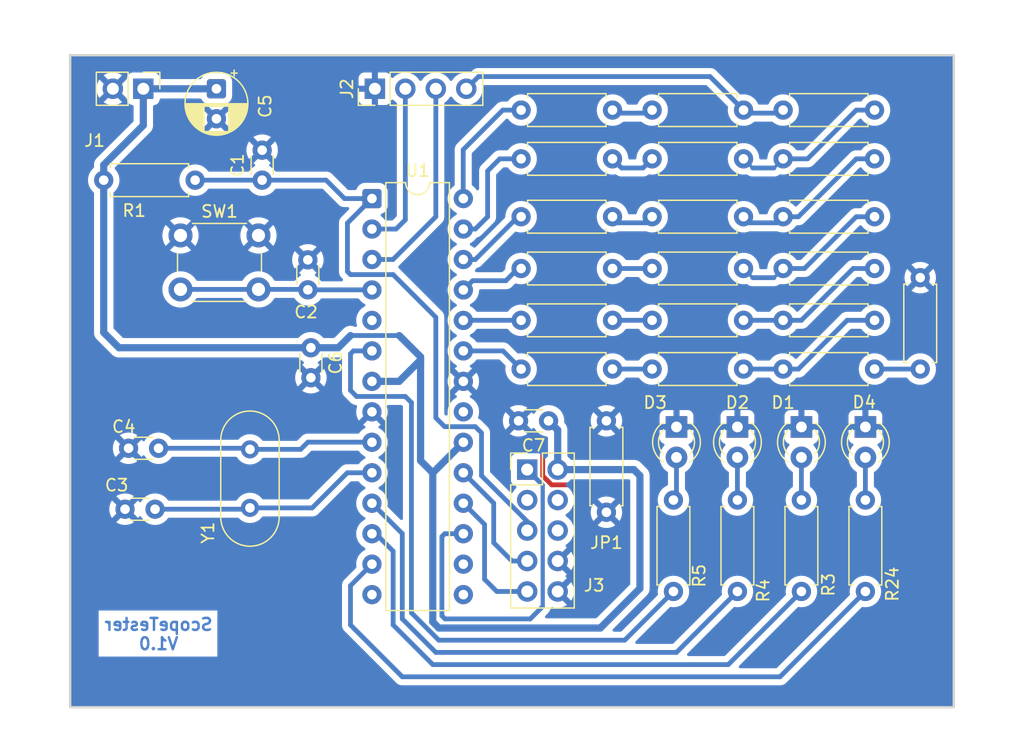
<source format=kicad_pcb>
(kicad_pcb (version 20241229) (generator "pcbnew") (generator_version "9.0")
  (layers (0 "F.Cu" signal "Front") (2 "B.Cu" signal "Back") (15 "B.Paste" user) (5 "F.SilkS" user "F.Silkscreen") (7 "B.SilkS" user "B.Silkscreen") (3 "B.Mask" user) (25 "Edge.Cuts" user))
  (net 0 "")
  (net 1 "U1_RESET")
  (net 2 "GND")
  (net 3 "SW_MODE")
  (net 4 "Net-(U1-PB7{slash}XTAL2)")
  (net 5 "Net-(U1-PB6{slash}XTAL1)")
  (net 6 "Net-(D1-A)")
  (net 7 "Net-(D2-A)")
  (net 8 "Net-(D3-A)")
  (net 9 "ANG_OUT_0")
  (net 10 "DIGI_OUT_1")
  (net 11 "DIGI_OUT_0")
  (net 12 "ISP_MOSI")
  (net 13 "ISP_SCK")
  (net 14 "ISP_MISO")
  (net 15 "ANG_D5")
  (net 16 "STAT_LED_2")
  (net 17 "STAT_LED_1")
  (net 18 "STAT_LED_0")
  (net 19 "ANG_D4")
  (net 20 "ANG_D3")
  (net 21 "Net-(R13-Pad1)")
  (net 22 "ANG_D2")
  (net 23 "Net-(R14-Pad1)")
  (net 24 "ANG_D1")
  (net 25 "Net-(R15-Pad1)")
  (net 26 "ANG_D0")
  (net 27 "Net-(R12-Pad2)")
  (net 28 "Net-(R14-Pad2)")
  (net 29 "Net-(R15-Pad2)")
  (net 30 "Net-(R16-Pad2)")
  (net 31 "Net-(D4-A)")
  (net 32 "+5V")
  (net 38 "STAT_LED_3")
  (net 42 "Net-(R11-Pad1)")
  (net 43 "Net-(R12-Pad1)")
  (net 44 "Net-(R10-Pad2)")
  (net 45 "Net-(R13-Pad2)")
  (net 46 "Net-(R22-Pad2)")
  (footprint "Connector_PinHeader_2.54mm:PinHeader_2x05_P2.54mm_Vertical" (layer "F.Cu") (at 124.206 93.98)
    (property "Reference" "J3" (at 5.588 9.652 180) (layer "F.SilkS"))
    (property "Value" "AVR_ISP" (hide yes))
    (pad "1" thru_hole rect (at 0 0) (size 1.7 1.7) (drill 1) (layers "*.Cu" "*.Mask") (net 12 "ISP_MOSI"))
    (pad "2" thru_hole circle (at 2.54 0) (size 1.7 1.7) (drill 1) (layers "*.Cu" "*.Mask") (net 32 "+5V"))
    (pad "3" thru_hole circle (at 0 2.54) (size 1.7 1.7) (drill 1) (layers "*.Cu" "*.Mask"))
    (pad "4" thru_hole circle (at 2.54 2.54) (size 1.7 1.7) (drill 1) (layers "*.Cu" "*.Mask"))
    (pad "5" thru_hole circle (at 0 5.08) (size 1.7 1.7) (drill 1) (layers "*.Cu" "*.Mask") (net 1 "U1_RESET"))
    (pad "6" thru_hole circle (at 2.54 5.08) (size 1.7 1.7) (drill 1) (layers "*.Cu" "*.Mask"))
    (pad "7" thru_hole circle (at 0 7.62) (size 1.7 1.7) (drill 1) (layers "*.Cu" "*.Mask") (net 13 "ISP_SCK"))
    (pad "8" thru_hole circle (at 2.54 7.62) (size 1.7 1.7) (drill 1) (layers "*.Cu" "*.Mask") (net 2 "GND"))
    (pad "9" thru_hole circle (at 0 10.16) (size 1.7 1.7) (drill 1) (layers "*.Cu" "*.Mask") (net 14 "ISP_MISO"))
    (pad "10" thru_hole circle (at 2.54 10.16) (size 1.7 1.7) (drill 1) (layers "*.Cu" "*.Mask") (net 2 "GND"))
  )
  (footprint "Package_DIP:DIP-28_W7.62mm" (layer "F.Cu") (at 111.262 71.384)
    (property "Reference" "U1" (at 3.81 -2.33 0) (layer "F.SilkS"))
    (property "Value" "ATmega8A-P")
    (pad "1" thru_hole roundrect (at 0 0) (size 1.6 1.6) (drill 0.8) (layers "*.Cu" "*.Mask") (roundrect_rratio 0.15625) (net 1 "U1_RESET"))
    (pad "2" thru_hole circle (at 0 2.54) (size 1.6 1.6) (drill 0.8) (layers "*.Cu" "*.Mask") (net 11 "DIGI_OUT_0"))
    (pad "3" thru_hole circle (at 0 5.08) (size 1.6 1.6) (drill 0.8) (layers "*.Cu" "*.Mask") (net 10 "DIGI_OUT_1"))
    (pad "4" thru_hole circle (at 0 7.62) (size 1.6 1.6) (drill 0.8) (layers "*.Cu" "*.Mask") (net 3 "SW_MODE"))
    (pad "5" thru_hole circle (at 0 10.16) (size 1.6 1.6) (drill 0.8) (layers "*.Cu" "*.Mask"))
    (pad "6" thru_hole circle (at 0 12.7) (size 1.6 1.6) (drill 0.8) (layers "*.Cu" "*.Mask") (net 18 "STAT_LED_0"))
    (pad "7" thru_hole circle (at 0 15.24) (size 1.6 1.6) (drill 0.8) (layers "*.Cu" "*.Mask") (net 32 "+5V"))
    (pad "8" thru_hole circle (at 0 17.78) (size 1.6 1.6) (drill 0.8) (layers "*.Cu" "*.Mask") (net 2 "GND"))
    (pad "9" thru_hole circle (at 0 20.32) (size 1.6 1.6) (drill 0.8) (layers "*.Cu" "*.Mask") (net 5 "Net-(U1-PB6{slash}XTAL1)"))
    (pad "10" thru_hole circle (at 0 22.86) (size 1.6 1.6) (drill 0.8) (layers "*.Cu" "*.Mask") (net 4 "Net-(U1-PB7{slash}XTAL2)"))
    (pad "11" thru_hole circle (at 0 25.4) (size 1.6 1.6) (drill 0.8) (layers "*.Cu" "*.Mask") (net 17 "STAT_LED_1"))
    (pad "12" thru_hole circle (at 0 27.94) (size 1.6 1.6) (drill 0.8) (layers "*.Cu" "*.Mask") (net 16 "STAT_LED_2"))
    (pad "13" thru_hole circle (at 0 30.48) (size 1.6 1.6) (drill 0.8) (layers "*.Cu" "*.Mask") (net 38 "STAT_LED_3"))
    (pad "14" thru_hole circle (at 0 33.02) (size 1.6 1.6) (drill 0.8) (layers "*.Cu" "*.Mask"))
    (pad "15" thru_hole circle (at 7.62 33.02) (size 1.6 1.6) (drill 0.8) (layers "*.Cu" "*.Mask"))
    (pad "16" thru_hole circle (at 7.62 30.48) (size 1.6 1.6) (drill 0.8) (layers "*.Cu" "*.Mask"))
    (pad "17" thru_hole circle (at 7.62 27.94) (size 1.6 1.6) (drill 0.8) (layers "*.Cu" "*.Mask") (net 12 "ISP_MOSI"))
    (pad "18" thru_hole circle (at 7.62 25.4) (size 1.6 1.6) (drill 0.8) (layers "*.Cu" "*.Mask") (net 14 "ISP_MISO"))
    (pad "19" thru_hole circle (at 7.62 22.86) (size 1.6 1.6) (drill 0.8) (layers "*.Cu" "*.Mask") (net 13 "ISP_SCK"))
    (pad "20" thru_hole circle (at 7.62 20.32) (size 1.6 1.6) (drill 0.8) (layers "*.Cu" "*.Mask") (net 32 "+5V"))
    (pad "21" thru_hole circle (at 7.62 17.78) (size 1.6 1.6) (drill 0.8) (layers "*.Cu" "*.Mask"))
    (pad "22" thru_hole circle (at 7.62 15.24) (size 1.6 1.6) (drill 0.8) (layers "*.Cu" "*.Mask") (net 2 "GND"))
    (pad "23" thru_hole circle (at 7.62 12.7) (size 1.6 1.6) (drill 0.8) (layers "*.Cu" "*.Mask") (net 26 "ANG_D0"))
    (pad "24" thru_hole circle (at 7.62 10.16) (size 1.6 1.6) (drill 0.8) (layers "*.Cu" "*.Mask") (net 24 "ANG_D1"))
    (pad "25" thru_hole circle (at 7.62 7.62) (size 1.6 1.6) (drill 0.8) (layers "*.Cu" "*.Mask") (net 22 "ANG_D2"))
    (pad "26" thru_hole circle (at 7.62 5.08) (size 1.6 1.6) (drill 0.8) (layers "*.Cu" "*.Mask") (net 20 "ANG_D3"))
    (pad "27" thru_hole circle (at 7.62 2.54) (size 1.6 1.6) (drill 0.8) (layers "*.Cu" "*.Mask") (net 19 "ANG_D4"))
    (pad "28" thru_hole circle (at 7.62 0) (size 1.6 1.6) (drill 0.8) (layers "*.Cu" "*.Mask") (net 15 "ANG_D5"))
  )
  (footprint "Capacitor_THT:C_Disc_D3.0mm_W1.6mm_P2.50mm" (layer "F.Cu") (at 106.172 83.82 -90)
    (property "Reference" "C6" (at 1.25 -2.05 90) (layer "F.SilkS"))
    (property "Value" "100nF")
    (pad "1" thru_hole circle (at 0 0 270) (size 1.6 1.6) (drill 0.8) (layers "*.Cu" "*.Mask") (net 32 "+5V"))
    (pad "2" thru_hole circle (at 2.5 0 270) (size 1.6 1.6) (drill 0.8) (layers "*.Cu" "*.Mask") (net 2 "GND"))
  )
  (footprint "Resistor_THT:R_Axial_DIN0207_L6.3mm_D2.5mm_P7.62mm_Horizontal" (layer "F.Cu") (at 130.81 97.536 90)
    (property "Reference" "JP1" (at -2.54 0 180) (layer "F.SilkS"))
    (property "Value" "Jumper_2_Bridged" (hide yes))
    (pad "1" thru_hole circle (at 0 0 90) (size 1.6 1.6) (drill 0.8) (layers "*.Cu" "*.Mask") (net 2 "GND"))
    (pad "2" thru_hole circle (at 7.62 0 90) (size 1.6 1.6) (drill 0.8) (layers "*.Cu" "*.Mask") (net 2 "GND"))
  )
  (footprint "Resistor_THT:R_Axial_DIN0207_L6.3mm_D2.5mm_P7.62mm_Horizontal" (layer "F.Cu") (at 123.698 77.216)
    (property "Reference" "R8" (hide yes))
    (property "Value" "2.2k")
    (pad "1" thru_hole circle (at 0 0) (size 1.6 1.6) (drill 0.8) (layers "*.Cu" "*.Mask") (net 22 "ANG_D2"))
    (pad "2" thru_hole circle (at 7.62 0) (size 1.6 1.6) (drill 0.8) (layers "*.Cu" "*.Mask") (net 23 "Net-(R14-Pad1)"))
  )
  (footprint "Resistor_THT:R_Axial_DIN0207_L6.3mm_D2.5mm_P7.62mm_Horizontal" (layer "F.Cu") (at 136.398 96.52 -90)
    (property "Reference" "R5" (at 6.31 -2.15 90) (layer "F.SilkS"))
    (property "Value" "2.2k")
    (pad "1" thru_hole circle (at 0 0 270) (size 1.6 1.6) (drill 0.8) (layers "*.Cu" "*.Mask") (net 8 "Net-(D3-A)"))
    (pad "2" thru_hole circle (at 7.62 0 270) (size 1.6 1.6) (drill 0.8) (layers "*.Cu" "*.Mask") (net 18 "STAT_LED_0"))
  )
  (footprint "LED_THT:LED_D3.0mm" (layer "F.Cu") (at 147.066 90.424 -90)
    (property "Reference" "D1" (at -2.032 1.524 0) (layer "F.SilkS"))
    (property "Value" "LED_Small" (hide yes))
    (pad "1" thru_hole rect (at 0 0 270) (size 1.8 1.8) (drill 0.9) (layers "*.Cu" "*.Mask") (net 2 "GND"))
    (pad "2" thru_hole circle (at 2.54 0 270) (size 1.8 1.8) (drill 0.9) (layers "*.Cu" "*.Mask") (net 6 "Net-(D1-A)"))
  )
  (footprint "Crystal:Crystal_HC49-4H_Vertical" (layer "F.Cu") (at 101.092 92.292 -90)
    (property "Reference" "Y1" (at 6.95 3.5 90) (layer "F.SilkS"))
    (property "Value" "16MHz")
    (pad "1" thru_hole circle (at 0 0 270) (size 1.5 1.5) (drill 0.8) (layers "*.Cu" "*.Mask") (net 5 "Net-(U1-PB6{slash}XTAL1)"))
    (pad "2" thru_hole circle (at 4.88 0 270) (size 1.5 1.5) (drill 0.8) (layers "*.Cu" "*.Mask") (net 4 "Net-(U1-PB7{slash}XTAL2)"))
  )
  (footprint "Resistor_THT:R_Axial_DIN0207_L6.3mm_D2.5mm_P7.62mm_Horizontal" (layer "F.Cu") (at 123.698 81.534)
    (property "Reference" "R9" (hide yes))
    (property "Value" "2.2k")
    (pad "1" thru_hole circle (at 0 0) (size 1.6 1.6) (drill 0.8) (layers "*.Cu" "*.Mask") (net 24 "ANG_D1"))
    (pad "2" thru_hole circle (at 7.62 0) (size 1.6 1.6) (drill 0.8) (layers "*.Cu" "*.Mask") (net 25 "Net-(R15-Pad1)"))
  )
  (footprint "Resistor_THT:R_Axial_DIN0207_L6.3mm_D2.5mm_P7.62mm_Horizontal" (layer "F.Cu") (at 156.972 85.598 90)
    (property "Reference" "R23" (hide yes))
    (property "Value" "2.2k")
    (pad "1" thru_hole circle (at 0 0 90) (size 1.6 1.6) (drill 0.8) (layers "*.Cu" "*.Mask") (net 46 "Net-(R22-Pad2)"))
    (pad "2" thru_hole circle (at 7.62 0 90) (size 1.6 1.6) (drill 0.8) (layers "*.Cu" "*.Mask") (net 2 "GND"))
  )
  (footprint "Resistor_THT:R_Axial_DIN0207_L6.3mm_D2.5mm_P7.62mm_Horizontal" (layer "F.Cu") (at 134.62 68.072)
    (property "Reference" "R12" (hide yes))
    (property "Value" "2.2k")
    (pad "1" thru_hole circle (at 0 0) (size 1.6 1.6) (drill 0.8) (layers "*.Cu" "*.Mask") (net 43 "Net-(R12-Pad1)"))
    (pad "2" thru_hole circle (at 7.62 0) (size 1.6 1.6) (drill 0.8) (layers "*.Cu" "*.Mask") (net 27 "Net-(R12-Pad2)"))
  )
  (footprint "Resistor_THT:R_Axial_DIN0207_L6.3mm_D2.5mm_P7.62mm_Horizontal" (layer "F.Cu") (at 153.162 81.534 180)
    (property "Reference" "R21" (hide yes))
    (property "Value" "2.2k")
    (pad "1" thru_hole circle (at 0 0 180) (size 1.6 1.6) (drill 0.8) (layers "*.Cu" "*.Mask") (net 30 "Net-(R16-Pad2)"))
    (pad "2" thru_hole circle (at 7.62 0 180) (size 1.6 1.6) (drill 0.8) (layers "*.Cu" "*.Mask") (net 29 "Net-(R15-Pad2)"))
  )
  (footprint "Resistor_THT:R_Axial_DIN0207_L6.3mm_D2.5mm_P7.62mm_Horizontal" (layer "F.Cu") (at 153.162 68.072 180)
    (property "Reference" "R18" (hide yes))
    (property "Value" "2.2k")
    (pad "1" thru_hole circle (at 0 0 180) (size 1.6 1.6) (drill 0.8) (layers "*.Cu" "*.Mask") (net 45 "Net-(R13-Pad2)"))
    (pad "2" thru_hole circle (at 7.62 0 180) (size 1.6 1.6) (drill 0.8) (layers "*.Cu" "*.Mask") (net 27 "Net-(R12-Pad2)"))
  )
  (footprint "Resistor_THT:R_Axial_DIN0207_L6.3mm_D2.5mm_P7.62mm_Horizontal" (layer "F.Cu") (at 147.066 96.52 -90)
    (property "Reference" "R3" (at 7.06 -2.25 90) (layer "F.SilkS"))
    (property "Value" "2.2k")
    (pad "1" thru_hole circle (at 0 0 270) (size 1.6 1.6) (drill 0.8) (layers "*.Cu" "*.Mask") (net 6 "Net-(D1-A)"))
    (pad "2" thru_hole circle (at 7.62 0 270) (size 1.6 1.6) (drill 0.8) (layers "*.Cu" "*.Mask") (net 16 "STAT_LED_2"))
  )
  (footprint "Resistor_THT:R_Axial_DIN0207_L6.3mm_D2.5mm_P7.62mm_Horizontal" (layer "F.Cu") (at 123.698 68.072)
    (property "Reference" "R6" (hide yes))
    (property "Value" "2.2k")
    (pad "1" thru_hole circle (at 0 0) (size 1.6 1.6) (drill 0.8) (layers "*.Cu" "*.Mask") (net 19 "ANG_D4"))
    (pad "2" thru_hole circle (at 7.62 0) (size 1.6 1.6) (drill 0.8) (layers "*.Cu" "*.Mask") (net 43 "Net-(R12-Pad1)"))
  )
  (footprint "LED_THT:LED_D3.0mm" (layer "F.Cu") (at 136.652 90.424 -90)
    (property "Reference" "D3" (at -2.032 1.778 0) (layer "F.SilkS"))
    (property "Value" "LED_Small" (hide yes))
    (pad "1" thru_hole rect (at 0 0 270) (size 1.8 1.8) (drill 0.9) (layers "*.Cu" "*.Mask") (net 2 "GND"))
    (pad "2" thru_hole circle (at 2.54 0 270) (size 1.8 1.8) (drill 0.9) (layers "*.Cu" "*.Mask") (net 8 "Net-(D3-A)"))
  )
  (footprint "Resistor_THT:R_Axial_DIN0207_L6.3mm_D2.5mm_P7.62mm_Horizontal" (layer "F.Cu") (at 153.162 72.898 180)
    (property "Reference" "R19" (hide yes))
    (property "Value" "2.2k")
    (pad "1" thru_hole circle (at 0 0 180) (size 1.6 1.6) (drill 0.8) (layers "*.Cu" "*.Mask") (net 28 "Net-(R14-Pad2)"))
    (pad "2" thru_hole circle (at 7.62 0 180) (size 1.6 1.6) (drill 0.8) (layers "*.Cu" "*.Mask") (net 45 "Net-(R13-Pad2)"))
  )
  (footprint "Resistor_THT:R_Axial_DIN0207_L6.3mm_D2.5mm_P7.62mm_Horizontal" (layer "F.Cu") (at 134.62 85.598)
    (property "Reference" "R16" (hide yes))
    (property "Value" "2.2k")
    (pad "1" thru_hole circle (at 0 0) (size 1.6 1.6) (drill 0.8) (layers "*.Cu" "*.Mask") (net 44 "Net-(R10-Pad2)"))
    (pad "2" thru_hole circle (at 7.62 0) (size 1.6 1.6) (drill 0.8) (layers "*.Cu" "*.Mask") (net 30 "Net-(R16-Pad2)"))
  )
  (footprint "Resistor_THT:R_Axial_DIN0207_L6.3mm_D2.5mm_P7.62mm_Horizontal" (layer "F.Cu") (at 153.162 77.216 180)
    (property "Reference" "R20" (hide yes))
    (property "Value" "2.2k")
    (pad "1" thru_hole circle (at 0 0 180) (size 1.6 1.6) (drill 0.8) (layers "*.Cu" "*.Mask") (net 29 "Net-(R15-Pad2)"))
    (pad "2" thru_hole circle (at 7.62 0 180) (size 1.6 1.6) (drill 0.8) (layers "*.Cu" "*.Mask") (net 28 "Net-(R14-Pad2)"))
  )
  (footprint "Resistor_THT:R_Axial_DIN0207_L6.3mm_D2.5mm_P7.62mm_Horizontal" (layer "F.Cu") (at 123.698 72.898)
    (property "Reference" "R7" (hide yes))
    (property "Value" "2.2k")
    (pad "1" thru_hole circle (at 0 0) (size 1.6 1.6) (drill 0.8) (layers "*.Cu" "*.Mask") (net 20 "ANG_D3"))
    (pad "2" thru_hole circle (at 7.62 0) (size 1.6 1.6) (drill 0.8) (layers "*.Cu" "*.Mask") (net 21 "Net-(R13-Pad1)"))
  )
  (footprint "Resistor_THT:R_Axial_DIN0207_L6.3mm_D2.5mm_P7.62mm_Horizontal" (layer "F.Cu") (at 134.62 64.008)
    (property "Reference" "R11" (hide yes))
    (property "Value" "2.2k")
    (pad "1" thru_hole circle (at 0 0) (size 1.6 1.6) (drill 0.8) (layers "*.Cu" "*.Mask") (net 42 "Net-(R11-Pad1)"))
    (pad "2" thru_hole circle (at 7.62 0) (size 1.6 1.6) (drill 0.8) (layers "*.Cu" "*.Mask") (net 9 "ANG_OUT_0"))
  )
  (footprint "Button_Switch_THT:SW_PUSH_6mm_H4.3mm" (layer "F.Cu") (at 95.302 74.458)
    (property "Reference" "SW1" (at 3.25 -2 0) (layer "F.SilkS"))
    (property "Value" "SW_Push")
    (pad "1" thru_hole circle (at 0 0 90) (size 2 2) (drill 1.1) (layers "*.Cu" "*.Mask") (net 2 "GND"))
    (pad "1" thru_hole circle (at 6.5 0 90) (size 2 2) (drill 1.1) (layers "*.Cu" "*.Mask") (net 2 "GND"))
    (pad "2" thru_hole circle (at 0 4.5 90) (size 2 2) (drill 1.1) (layers "*.Cu" "*.Mask") (net 3 "SW_MODE"))
    (pad "2" thru_hole circle (at 6.5 4.5 90) (size 2 2) (drill 1.1) (layers "*.Cu" "*.Mask") (net 3 "SW_MODE"))
  )
  (footprint "Resistor_THT:R_Axial_DIN0207_L6.3mm_D2.5mm_P7.62mm_Horizontal" (layer "F.Cu") (at 134.62 77.216)
    (property "Reference" "R14" (hide yes))
    (property "Value" "2.2k")
    (pad "1" thru_hole circle (at 0 0) (size 1.6 1.6) (drill 0.8) (layers "*.Cu" "*.Mask") (net 23 "Net-(R14-Pad1)"))
    (pad "2" thru_hole circle (at 7.62 0) (size 1.6 1.6) (drill 0.8) (layers "*.Cu" "*.Mask") (net 28 "Net-(R14-Pad2)"))
  )
  (footprint "Capacitor_THT:C_Disc_D3.0mm_W1.6mm_P2.50mm" (layer "F.Cu") (at 125.984 89.916 180)
    (property "Reference" "C7" (at 1.25 -2.05 0) (layer "F.SilkS"))
    (property "Value" "100nF")
    (pad "1" thru_hole circle (at 0 0 180) (size 1.6 1.6) (drill 0.8) (layers "*.Cu" "*.Mask") (net 32 "+5V"))
    (pad "2" thru_hole circle (at 2.5 0 180) (size 1.6 1.6) (drill 0.8) (layers "*.Cu" "*.Mask") (net 2 "GND"))
  )
  (footprint "Capacitor_THT:C_Disc_D3.0mm_W1.6mm_P2.50mm" (layer "F.Cu") (at 102.108 69.85 90)
    (property "Reference" "C1" (at 1.25 -2.05 90) (layer "F.SilkS"))
    (property "Value" "100nF")
    (pad "1" thru_hole circle (at 0 0 90) (size 1.6 1.6) (drill 0.8) (layers "*.Cu" "*.Mask") (net 1 "U1_RESET"))
    (pad "2" thru_hole circle (at 2.5 0 90) (size 1.6 1.6) (drill 0.8) (layers "*.Cu" "*.Mask") (net 2 "GND"))
  )
  (footprint "Resistor_THT:R_Axial_DIN0207_L6.3mm_D2.5mm_P7.62mm_Horizontal" (layer "F.Cu") (at 134.62 72.898)
    (property "Reference" "R13" (hide yes))
    (property "Value" "2.2k")
    (pad "1" thru_hole circle (at 0 0) (size 1.6 1.6) (drill 0.8) (layers "*.Cu" "*.Mask") (net 21 "Net-(R13-Pad1)"))
    (pad "2" thru_hole circle (at 7.62 0) (size 1.6 1.6) (drill 0.8) (layers "*.Cu" "*.Mask") (net 45 "Net-(R13-Pad2)"))
  )
  (footprint "Capacitor_THT:C_Disc_D3.0mm_W1.6mm_P2.50mm" (layer "F.Cu") (at 105.918 76.494 -90)
    (property "Reference" "C2" (at 4.35 0.15 180) (layer "F.SilkS"))
    (property "Value" "100nF")
    (pad "1" thru_hole circle (at 0 0 270) (size 1.6 1.6) (drill 0.8) (layers "*.Cu" "*.Mask") (net 2 "GND"))
    (pad "2" thru_hole circle (at 2.5 0 270) (size 1.6 1.6) (drill 0.8) (layers "*.Cu" "*.Mask") (net 3 "SW_MODE"))
  )
  (footprint "Resistor_THT:R_Axial_DIN0207_L6.3mm_D2.5mm_P7.62mm_Horizontal" (layer "F.Cu") (at 134.62 81.534)
    (property "Reference" "R15" (hide yes))
    (property "Value" "2.2k")
    (pad "1" thru_hole circle (at 0 0) (size 1.6 1.6) (drill 0.8) (layers "*.Cu" "*.Mask") (net 25 "Net-(R15-Pad1)"))
    (pad "2" thru_hole circle (at 7.62 0) (size 1.6 1.6) (drill 0.8) (layers "*.Cu" "*.Mask") (net 29 "Net-(R15-Pad2)"))
  )
  (footprint "Resistor_THT:R_Axial_DIN0207_L6.3mm_D2.5mm_P7.62mm_Horizontal" (layer "F.Cu") (at 152.4 96.52 -90)
    (property "Reference" "R24" (at 7.01 -2.25 90) (layer "F.SilkS"))
    (property "Value" "2.2k")
    (pad "1" thru_hole circle (at 0 0 270) (size 1.6 1.6) (drill 0.8) (layers "*.Cu" "*.Mask") (net 31 "Net-(D4-A)"))
    (pad "2" thru_hole circle (at 7.62 0 270) (size 1.6 1.6) (drill 0.8) (layers "*.Cu" "*.Mask") (net 38 "STAT_LED_3"))
  )
  (footprint "Resistor_THT:R_Axial_DIN0207_L6.3mm_D2.5mm_P7.62mm_Horizontal" (layer "F.Cu") (at 141.732 96.52 -90)
    (property "Reference" "R4" (at 7.55 -2.15 90) (layer "F.SilkS"))
    (property "Value" "2.2k")
    (pad "1" thru_hole circle (at 0 0 270) (size 1.6 1.6) (drill 0.8) (layers "*.Cu" "*.Mask") (net 7 "Net-(D2-A)"))
    (pad "2" thru_hole circle (at 7.62 0 270) (size 1.6 1.6) (drill 0.8) (layers "*.Cu" "*.Mask") (net 17 "STAT_LED_1"))
  )
  (footprint "Connector_PinHeader_2.54mm:PinHeader_1x04_P2.54mm_Vertical" (layer "F.Cu") (at 111.506 62.23 90)
    (property "Reference" "J2" (at 0 -2.33 90) (layer "F.SilkS"))
    (property "Value" "Conn_01x04")
    (pad "1" thru_hole rect (at 0 0 90) (size 1.7 1.7) (drill 1) (layers "*.Cu" "*.Mask") (net 2 "GND"))
    (pad "2" thru_hole circle (at 0 2.54 90) (size 1.7 1.7) (drill 1) (layers "*.Cu" "*.Mask") (net 11 "DIGI_OUT_0"))
    (pad "3" thru_hole circle (at 0 5.08 90) (size 1.7 1.7) (drill 1) (layers "*.Cu" "*.Mask") (net 10 "DIGI_OUT_1"))
    (pad "4" thru_hole circle (at 0 7.62 90) (size 1.7 1.7) (drill 1) (layers "*.Cu" "*.Mask") (net 9 "ANG_OUT_0"))
  )
  (footprint "Resistor_THT:R_Axial_DIN0207_L6.3mm_D2.5mm_P7.62mm_Horizontal" (layer "F.Cu") (at 145.542 85.598)
    (property "Reference" "R22" (hide yes))
    (property "Value" "2.2k")
    (pad "1" thru_hole circle (at 0 0) (size 1.6 1.6) (drill 0.8) (layers "*.Cu" "*.Mask") (net 30 "Net-(R16-Pad2)"))
    (pad "2" thru_hole circle (at 7.62 0) (size 1.6 1.6) (drill 0.8) (layers "*.Cu" "*.Mask") (net 46 "Net-(R22-Pad2)"))
  )
  (footprint "Resistor_THT:R_Axial_DIN0207_L6.3mm_D2.5mm_P7.62mm_Horizontal" (layer "F.Cu") (at 123.698 64.008)
    (property "Reference" "R2" (hide yes))
    (property "Value" "2.2k")
    (pad "1" thru_hole circle (at 0 0) (size 1.6 1.6) (drill 0.8) (layers "*.Cu" "*.Mask") (net 15 "ANG_D5"))
    (pad "2" thru_hole circle (at 7.62 0) (size 1.6 1.6) (drill 0.8) (layers "*.Cu" "*.Mask") (net 42 "Net-(R11-Pad1)"))
  )
  (footprint "Resistor_THT:R_Axial_DIN0207_L6.3mm_D2.5mm_P7.62mm_Horizontal" (layer "F.Cu") (at 123.698 85.598)
    (property "Reference" "R10" (hide yes))
    (property "Value" "2.2k")
    (pad "1" thru_hole circle (at 0 0) (size 1.6 1.6) (drill 0.8) (layers "*.Cu" "*.Mask") (net 26 "ANG_D0"))
    (pad "2" thru_hole circle (at 7.62 0) (size 1.6 1.6) (drill 0.8) (layers "*.Cu" "*.Mask") (net 44 "Net-(R10-Pad2)"))
  )
  (footprint "Capacitor_THT:CP_Radial_D5.0mm_P2.50mm" (layer "F.Cu") (at 98.298 62.23 -90)
    (property "Reference" "C5" (at 1.459112 -4.064 90) (layer "F.SilkS"))
    (property "Value" "1uF")
    (pad "1" thru_hole roundrect (at 0 0 270) (size 1.6 1.6) (drill 0.8) (layers "*.Cu" "*.Mask") (roundrect_rratio 0.15625) (net 32 "+5V"))
    (pad "2" thru_hole circle (at 2.5 0 270) (size 1.6 1.6) (drill 0.8) (layers "*.Cu" "*.Mask") (net 2 "GND"))
  )
  (footprint "Resistor_THT:R_Axial_DIN0207_L6.3mm_D2.5mm_P7.62mm_Horizontal" (layer "F.Cu") (at 88.9 69.85)
    (property "Reference" "R1" (at 2.54 2.54 0) (layer "F.SilkS"))
    (property "Value" "10k")
    (pad "1" thru_hole circle (at 0 0) (size 1.6 1.6) (drill 0.8) (layers "*.Cu" "*.Mask") (net 32 "+5V"))
    (pad "2" thru_hole circle (at 7.62 0) (size 1.6 1.6) (drill 0.8) (layers "*.Cu" "*.Mask") (net 1 "U1_RESET"))
  )
  (footprint "Capacitor_THT:C_Disc_D3.0mm_W1.6mm_P2.50mm" (layer "F.Cu") (at 90.972 92.202)
    (property "Reference" "C4" (at -0.4 -1.8 0) (layer "F.SilkS"))
    (property "Value" "22pF")
    (pad "1" thru_hole circle (at 0 0) (size 1.6 1.6) (drill 0.8) (layers "*.Cu" "*.Mask") (net 2 "GND"))
    (pad "2" thru_hole circle (at 2.5 0) (size 1.6 1.6) (drill 0.8) (layers "*.Cu" "*.Mask") (net 5 "Net-(U1-PB6{slash}XTAL1)"))
  )
  (footprint "LED_THT:LED_D3.0mm" (layer "F.Cu") (at 152.4 90.424 -90)
    (property "Reference" "D4" (at -2.06 0.1 0) (layer "F.SilkS"))
    (property "Value" "LED_Small" (hide yes))
    (pad "1" thru_hole rect (at 0 0 270) (size 1.8 1.8) (drill 0.9) (layers "*.Cu" "*.Mask") (net 2 "GND"))
    (pad "2" thru_hole circle (at 2.54 0 270) (size 1.8 1.8) (drill 0.9) (layers "*.Cu" "*.Mask") (net 31 "Net-(D4-A)"))
  )
  (footprint "Capacitor_THT:C_Disc_D3.0mm_W1.6mm_P2.50mm" (layer "F.Cu") (at 90.678 97.282)
    (property "Reference" "C3" (at -0.7 -2 0) (layer "F.SilkS"))
    (property "Value" "22pF")
    (pad "1" thru_hole circle (at 0 0) (size 1.6 1.6) (drill 0.8) (layers "*.Cu" "*.Mask") (net 2 "GND"))
    (pad "2" thru_hole circle (at 2.5 0) (size 1.6 1.6) (drill 0.8) (layers "*.Cu" "*.Mask") (net 4 "Net-(U1-PB7{slash}XTAL2)"))
  )
  (footprint "Connector_PinHeader_2.54mm:PinHeader_1x02_P2.54mm_Vertical" (layer "F.Cu") (at 92.202 62.23 -90)
    (property "Reference" "J1" (at 4.318 4.064 180) (layer "F.SilkS"))
    (property "Value" "CON_PWR")
    (pad "1" thru_hole rect (at 0 0 270) (size 1.7 1.7) (drill 1) (layers "*.Cu" "*.Mask") (net 32 "+5V"))
    (pad "2" thru_hole circle (at 0 2.54 270) (size 1.7 1.7) (drill 1) (layers "*.Cu" "*.Mask") (net 2 "GND"))
  )
  (footprint "Resistor_THT:R_Axial_DIN0207_L6.3mm_D2.5mm_P7.62mm_Horizontal" (layer "F.Cu") (at 153.162 64.008 180)
    (property "Reference" "R17" (hide yes))
    (property "Value" "2.2k")
    (pad "1" thru_hole circle (at 0 0 180) (size 1.6 1.6) (drill 0.8) (layers "*.Cu" "*.Mask") (net 27 "Net-(R12-Pad2)"))
    (pad "2" thru_hole circle (at 7.62 0 180) (size 1.6 1.6) (drill 0.8) (layers "*.Cu" "*.Mask") (net 9 "ANG_OUT_0"))
  )
  (footprint "LED_THT:LED_D3.0mm" (layer "F.Cu") (at 141.732 90.424 -90)
    (property "Reference" "D2" (at -2.032 0 0) (layer "F.SilkS"))
    (property "Value" "LED_Small" (hide yes))
    (pad "1" thru_hole rect (at 0 0 270) (size 1.8 1.8) (drill 0.9) (layers "*.Cu" "*.Mask") (net 2 "GND"))
    (pad "2" thru_hole circle (at 2.54 0 270) (size 1.8 1.8) (drill 0.9) (layers "*.Cu" "*.Mask") (net 7 "Net-(D2-A)"))
  )
  (gr_rect (start 86.106 59.436) (end 159.766 113.792) (stroke (width 0.2)) (fill no) (layer "Edge.Cuts"))
  (gr_text "ScopeTester\nV1.0" (at 93.472 107.696 0) (layer "B.Cu") (effects (font (size 1 1) (thickness 0.2)) (justify mirror)))
  (segment (start 116.586 89.662) (end 117.324 90.4) (width 0.4) (layer "B.Cu") (net 1))
  (segment (start 111.262 71.384) (end 109.22 73.426) (width 0.4) (layer "B.Cu") (net 1))
  (segment (start 116.586 81.28) (end 116.586 89.662) (width 0.4) (layer "B.Cu") (net 1))
  (segment (start 102.108 69.85) (end 107.442 69.85) (width 0.4) (layer "B.Cu") (net 1))
  (segment (start 109.22 73.426) (end 109.22 77.47) (width 0.4) (layer "B.Cu") (net 1))
  (segment (start 109.474 77.724) (end 113.03 77.724) (width 0.4) (layer "B.Cu") (net 1))
  (segment (start 109.22 77.47) (end 109.474 77.724) (width 0.4) (layer "B.Cu") (net 1))
  (segment (start 120.396 94.488) (end 124.206 98.298) (width 0.4) (layer "B.Cu") (net 1))
  (segment (start 113.03 77.724) (end 116.586 81.28) (width 0.4) (layer "B.Cu") (net 1))
  (segment (start 96.52 69.85) (end 102.108 69.85) (width 0.4) (layer "B.Cu") (net 1))
  (segment (start 119.878 90.4) (end 120.396 90.918) (width 0.4) (layer "B.Cu") (net 1))
  (segment (start 107.442 69.85) (end 108.976 71.384) (width 0.4) (layer "B.Cu") (net 1))
  (segment (start 117.324 90.4) (end 119.878 90.4) (width 0.4) (layer "B.Cu") (net 1))
  (segment (start 120.396 90.918) (end 120.396 94.488) (width 0.4) (layer "B.Cu") (net 1))
  (segment (start 108.976 71.384) (end 111.262 71.384) (width 0.4) (layer "B.Cu") (net 1))
  (segment (start 124.206 98.298) (end 124.206 99.06) (width 0.4) (layer "B.Cu") (net 1))
  (segment (start 128.778 95.25) (end 128.778 99.568) (width 0.4) (layer "F.Cu") (net 2))
  (segment (start 126.248233 95.25) (end 128.778 95.25) (width 0.4) (layer "F.Cu") (net 2))
  (segment (start 128.778 99.568) (end 126.746 101.6) (width 0.4) (layer "F.Cu") (net 2))
  (segment (start 125.496 94.497767) (end 126.248233 95.25) (width 0.4) (layer "F.Cu") (net 2))
  (segment (start 125.496 91.928) (end 125.496 94.497767) (width 0.4) (layer "F.Cu") (net 2))
  (segment (start 123.484 89.916) (end 125.496 91.928) (width 0.4) (layer "F.Cu") (net 2))
  (segment (start 101.802 78.958) (end 105.882 78.958) (width 0.4) (layer "B.Cu") (net 3))
  (segment (start 95.302 78.958) (end 101.802 78.958) (width 0.4) (layer "B.Cu") (net 3))
  (segment (start 105.918 78.994) (end 111.252 78.994) (width 0.4) (layer "B.Cu") (net 3))
  (segment (start 109.21 94.244) (end 111.262 94.244) (width 0.4) (layer "B.Cu") (net 4))
  (segment (start 101.092 97.172) (end 106.282 97.172) (width 0.4) (layer "B.Cu") (net 4))
  (segment (start 106.282 97.172) (end 109.21 94.244) (width 0.4) (layer "B.Cu") (net 4))
  (segment (start 93.178 97.282) (end 100.982 97.282) (width 0.4) (layer "B.Cu") (net 4))
  (segment (start 93.472 92.202) (end 101.002 92.202) (width 0.4) (layer "B.Cu") (net 5))
  (segment (start 105.32 92.292) (end 105.918 91.694) (width 0.4) (layer "B.Cu") (net 5))
  (segment (start 101.092 92.292) (end 105.32 92.292) (width 0.4) (layer "B.Cu") (net 5))
  (segment (start 105.918 91.694) (end 111.252 91.694) (width 0.4) (layer "B.Cu") (net 5))
  (segment (start 147.066 96.52) (end 147.066 92.964) (width 0.4) (layer "B.Cu") (net 6))
  (segment (start 141.732 96.52) (end 141.732 92.964) (width 0.4) (layer "B.Cu") (net 7))
  (segment (start 136.652 96.266) (end 136.652 92.964) (width 0.4) (layer "B.Cu") (net 8))
  (segment (start 119.126 62.23) (end 120.142 61.214) (width 0.4) (layer "B.Cu") (net 9))
  (segment (start 120.142 61.214) (end 139.446 61.214) (width 0.4) (layer "B.Cu") (net 9))
  (segment (start 142.494 64.262) (end 145.288 64.262) (width 0.4) (layer "B.Cu") (net 9))
  (segment (start 139.446 61.214) (end 142.24 64.008) (width 0.4) (layer "B.Cu") (net 9))
  (segment (start 111.262 76.464) (end 113.02 76.464) (width 0.4) (layer "B.Cu") (net 10))
  (segment (start 113.02 76.464) (end 116.586 72.898) (width 0.4) (layer "B.Cu") (net 10))
  (segment (start 116.586 72.898) (end 116.586 62.23) (width 0.4) (layer "B.Cu") (net 10))
  (segment (start 111.262 73.924) (end 113.274 73.924) (width 0.4) (layer "B.Cu") (net 11))
  (segment (start 113.274 73.924) (end 114.046 73.152) (width 0.4) (layer "B.Cu") (net 11))
  (segment (start 114.046 73.152) (end 114.046 62.23) (width 0.4) (layer "B.Cu") (net 11))
  (segment (start 117.348 106.426) (end 117.094 106.172) (width 0.4) (layer "B.Cu") (net 12))
  (segment (start 125.5 95.274) (end 125.5 105.386) (width 0.35) (layer "B.Cu") (net 12))
  (segment (start 117.094 106.172) (end 117.094 99.568) (width 0.4) (layer "B.Cu") (net 12))
  (segment (start 125.381 105.505) (end 124.46 106.426) (width 0.4) (layer "B.Cu") (net 12))
  (segment (start 117.338 99.324) (end 118.882 99.324) (width 0.4) (layer "B.Cu") (net 12))
  (segment (start 124.46 106.426) (end 117.348 106.426) (width 0.4) (layer "B.Cu") (net 12))
  (segment (start 125.5 105.386) (end 125.381 105.505) (width 0.35) (layer "B.Cu") (net 12))
  (segment (start 125.381 95.155) (end 125.5 95.274) (width 0.35) (layer "B.Cu") (net 12))
  (segment (start 124.206 93.98) (end 125.381 95.155) (width 0.4) (layer "B.Cu") (net 12))
  (segment (start 117.094 99.568) (end 117.338 99.324) (width 0.4) (layer "B.Cu") (net 12))
  (segment (start 121.412 96.774) (end 121.412 100.076) (width 0.4) (layer "B.Cu") (net 13))
  (segment (start 118.882 94.244) (end 121.412 96.774) (width 0.4) (layer "B.Cu") (net 13))
  (segment (start 122.936 101.6) (end 124.206 101.6) (width 0.4) (layer "B.Cu") (net 13))
  (segment (start 121.412 100.076) (end 122.936 101.6) (width 0.4) (layer "B.Cu") (net 13))
  (segment (start 120.65 98.552) (end 120.65 103.124) (width 0.4) (layer "B.Cu") (net 14))
  (segment (start 120.65 103.124) (end 121.666 104.14) (width 0.4) (layer "B.Cu") (net 14))
  (segment (start 121.666 104.14) (end 124.206 104.14) (width 0.4) (layer "B.Cu") (net 14))
  (segment (start 118.882 96.784) (end 120.65 98.552) (width 0.4) (layer "B.Cu") (net 14))
  (segment (start 118.872 71.374) (end 118.872 67.31) (width 0.4) (layer "B.Cu") (net 15))
  (segment (start 118.872 67.31) (end 122.174 64.008) (width 0.4) (layer "B.Cu") (net 15))
  (segment (start 122.174 64.008) (end 123.698 64.008) (width 0.4) (layer "B.Cu") (net 15))
  (segment (start 113.03 106.934) (end 116.332 110.236) (width 0.4) (layer "B.Cu") (net 16))
  (segment (start 140.97 110.236) (end 147.066 104.14) (width 0.4) (layer "B.Cu") (net 16))
  (segment (start 111.574 99.324) (end 113.03 100.78) (width 0.4) (layer "B.Cu") (net 16))
  (segment (start 116.332 110.236) (end 140.97 110.236) (width 0.4) (layer "B.Cu") (net 16))
  (segment (start 113.03 100.78) (end 113.03 106.934) (width 0.4) (layer "B.Cu") (net 16))
  (segment (start 116.586 109.22) (end 136.652 109.22) (width 0.4) (layer "B.Cu") (net 17))
  (segment (start 113.792 106.426) (end 116.586 109.22) (width 0.4) (layer "B.Cu") (net 17))
  (segment (start 136.652 109.22) (end 141.732 104.14) (width 0.4) (layer "B.Cu") (net 17))
  (segment (start 111.262 96.784) (end 113.792 99.314) (width 0.4) (layer "B.Cu") (net 17))
  (segment (start 113.792 99.314) (end 113.792 106.426) (width 0.4) (layer "B.Cu") (net 17))
  (segment (start 114.046 87.884) (end 114.554 88.392) (width 0.4) (layer "B.Cu") (net 18))
  (segment (start 109.982 87.884) (end 114.046 87.884) (width 0.4) (layer "B.Cu") (net 18))
  (segment (start 114.554 88.392) (end 114.554 105.918) (width 0.4) (layer "B.Cu") (net 18))
  (segment (start 109.738 84.084) (end 109.728 84.074) (width 0.4) (layer "B.Cu") (net 18))
  (segment (start 109.728 84.074) (end 109.474 84.328) (width 0.4) (layer "B.Cu") (net 18))
  (segment (start 111.262 84.084) (end 109.738 84.084) (width 0.4) (layer "B.Cu") (net 18))
  (segment (start 132.334 108.204) (end 136.398 104.14) (width 0.4) (layer "B.Cu") (net 18))
  (segment (start 109.474 87.376) (end 109.982 87.884) (width 0.4) (layer "B.Cu") (net 18))
  (segment (start 116.84 108.204) (end 132.334 108.204) (width 0.4) (layer "B.Cu") (net 18))
  (segment (start 109.474 84.328) (end 109.474 87.376) (width 0.4) (layer "B.Cu") (net 18))
  (segment (start 114.554 105.918) (end 116.84 108.204) (width 0.4) (layer "B.Cu") (net 18))
  (segment (start 120.904 69.088) (end 121.92 68.072) (width 0.4) (layer "B.Cu") (net 19))
  (segment (start 120.904 72.898) (end 120.904 69.088) (width 0.4) (layer "B.Cu") (net 19))
  (segment (start 118.882 73.924) (end 119.878 73.924) (width 0.4) (layer "B.Cu") (net 19))
  (segment (start 121.92 68.072) (end 123.698 68.072) (width 0.4) (layer "B.Cu") (net 19))
  (segment (start 119.878 73.924) (end 120.904 72.898) (width 0.4) (layer "B.Cu") (net 19))
  (segment (start 119.878 76.464) (end 123.444 72.898) (width 0.4) (layer "B.Cu") (net 20))
  (segment (start 118.882 76.464) (end 119.878 76.464) (width 0.4) (layer "B.Cu") (net 20))
  (segment (start 131.318 72.898) (end 131.826 73.406) (width 0.4) (layer "B.Cu") (net 21))
  (segment (start 131.826 73.406) (end 134.112 73.406) (width 0.4) (layer "B.Cu") (net 21))
  (segment (start 134.112 73.406) (end 134.62 72.898) (width 0.4) (layer "B.Cu") (net 21))
  (segment (start 122.428 78.232) (end 123.444 77.216) (width 0.4) (layer "B.Cu") (net 22))
  (segment (start 118.882 79.004) (end 119.654 78.232) (width 0.4) (layer "B.Cu") (net 22))
  (segment (start 119.654 78.232) (end 122.428 78.232) (width 0.4) (layer "B.Cu") (net 22))
  (segment (start 131.318 77.216) (end 134.62 77.216) (width 0.4) (layer "B.Cu") (net 23))
  (segment (start 118.892 81.534) (end 123.698 81.534) (width 0.4) (layer "B.Cu") (net 24))
  (segment (start 131.318 81.534) (end 134.62 81.534) (width 0.4) (layer "B.Cu") (net 25))
  (segment (start 122.184 84.084) (end 123.698 85.598) (width 0.4) (layer "B.Cu") (net 26))
  (segment (start 118.882 84.084) (end 122.184 84.084) (width 0.4) (layer "B.Cu") (net 26))
  (segment (start 143.002 68.834) (end 144.78 68.834) (width 0.4) (layer "B.Cu") (net 27))
  (segment (start 151.638 64.008) (end 147.574 68.072) (width 0.4) (layer "B.Cu") (net 27))
  (segment (start 153.162 64.008) (end 151.638 64.008) (width 0.4) (layer "B.Cu") (net 27))
  (segment (start 144.78 68.834) (end 145.542 68.072) (width 0.25) (layer "B.Cu") (net 27))
  (segment (start 142.24 68.072) (end 143.002 68.834) (width 0.25) (layer "B.Cu") (net 27))
  (segment (start 147.574 68.072) (end 145.542 68.072) (width 0.4) (layer "B.Cu") (net 27))
  (segment (start 147.32 77.216) (end 145.542 77.216) (width 0.4) (layer "B.Cu") (net 28))
  (segment (start 153.162 72.898) (end 151.638 72.898) (width 0.4) (layer "B.Cu") (net 28))
  (segment (start 143.002 77.978) (end 144.78 77.978) (width 0.4) (layer "B.Cu") (net 28))
  (segment (start 142.24 77.216) (end 143.002 77.978) (width 0.25) (layer "B.Cu") (net 28))
  (segment (start 151.638 72.898) (end 147.32 77.216) (width 0.4) (layer "B.Cu") (net 28))
  (segment (start 144.78 77.978) (end 145.542 77.216) (width 0.25) (layer "B.Cu") (net 28))
  (segment (start 153.162 77.216) (end 151.384 77.216) (width 0.4) (layer "B.Cu") (net 29))
  (segment (start 142.24 81.534) (end 145.542 81.534) (width 0.4) (layer "B.Cu") (net 29))
  (segment (start 151.384 77.216) (end 147.066 81.534) (width 0.4) (layer "B.Cu") (net 29))
  (segment (start 147.066 81.534) (end 145.542 81.534) (width 0.4) (layer "B.Cu") (net 29))
  (segment (start 150.876 81.534) (end 146.812 85.598) (width 0.4) (layer "B.Cu") (net 30))
  (segment (start 153.162 81.534) (end 150.876 81.534) (width 0.4) (layer "B.Cu") (net 30))
  (segment (start 142.24 85.598) (end 145.542 85.598) (width 0.4) (layer "B.Cu") (net 30))
  (segment (start 146.812 85.598) (end 145.542 85.598) (width 0.4) (layer "B.Cu") (net 30))
  (segment (start 152.4 96.52) (end 152.4 92.964) (width 0.4) (layer "B.Cu") (net 31))
  (segment (start 92.202 62.23) (end 92.202 65.278) (width 0.6) (layer "B.Cu") (net 32))
  (segment (start 115.316 93.238) (end 116.332 94.254) (width 0.6) (layer "B.Cu") (net 32))
  (segment (start 88.9 82.55) (end 90.17 83.82) (width 0.6) (layer "B.Cu") (net 32))
  (segment (start 106.172 83.82) (end 108.458 83.82) (width 0.6) (layer "B.Cu") (net 32))
  (segment (start 109.474 82.804) (end 113.538 82.804) (width 0.4) (layer "B.Cu") (net 32))
  (segment (start 115.316 84.582) (end 115.316 84.836) (width 0.6) (layer "B.Cu") (net 32))
  (segment (start 116.332 94.254) (end 116.332 106.68) (width 0.6) (layer "B.Cu") (net 32))
  (segment (start 92.202 62.23) (end 98.298 62.23) (width 0.6) (layer "B.Cu") (net 32))
  (segment (start 125.984 89.916) (end 126.746 90.678) (width 0.6) (layer "B.Cu") (net 32))
  (segment (start 133.604 103.886) (end 133.604 94.488) (width 0.6) (layer "B.Cu") (net 32))
  (segment (start 88.9 68.58) (end 88.9 69.85) (width 0.6) (layer "B.Cu") (net 32))
  (segment (start 92.202 65.278) (end 88.9 68.58) (width 0.6) (layer "B.Cu") (net 32))
  (segment (start 88.9 69.85) (end 88.9 82.55) (width 0.6) (layer "B.Cu") (net 32))
  (segment (start 133.604 94.488) (end 133.096 93.98) (width 0.6) (layer "B.Cu") (net 32))
  (segment (start 115.316 84.836) (end 115.316 93.238) (width 0.6) (layer "B.Cu") (net 32))
  (segment (start 130.302 107.188) (end 133.604 103.886) (width 0.6) (layer "B.Cu") (net 32))
  (segment (start 126.746 90.678) (end 126.746 93.98) (width 0.6) (layer "B.Cu") (net 32))
  (segment (start 113.538 82.804) (end 115.316 84.582) (width 0.6) (layer "B.Cu") (net 32))
  (segment (start 116.332 94.254) (end 118.882 91.704) (width 0.6) (layer "B.Cu") (net 32))
  (segment (start 113.528 86.624) (end 111.262 86.624) (width 0.6) (layer "B.Cu") (net 32))
  (segment (start 133.096 93.98) (end 126.746 93.98) (width 0.6) (layer "B.Cu") (net 32))
  (segment (start 116.84 107.188) (end 130.302 107.188) (width 0.6) (layer "B.Cu") (net 32))
  (segment (start 90.17 83.82) (end 106.172 83.82) (width 0.6) (layer "B.Cu") (net 32))
  (segment (start 108.458 83.82) (end 109.474 82.804) (width 0.6) (layer "B.Cu") (net 32))
  (segment (start 116.332 106.68) (end 116.84 107.188) (width 0.6) (layer "B.Cu") (net 32))
  (segment (start 115.316 84.836) (end 113.528 86.624) (width 0.6) (layer "B.Cu") (net 32))
  (segment (start 111.262 101.864) (end 109.474 103.652) (width 0.4) (layer "B.Cu") (net 38))
  (segment (start 109.474 103.652) (end 109.474 106.934) (width 0.4) (layer "B.Cu") (net 38))
  (segment (start 109.474 106.934) (end 113.792 111.252) (width 0.4) (layer "B.Cu") (net 38))
  (segment (start 113.792 111.252) (end 145.288 111.252) (width 0.4) (layer "B.Cu") (net 38))
  (segment (start 145.288 111.252) (end 152.4 104.14) (width 0.4) (layer "B.Cu") (net 38))
  (segment (start 131.572 64.262) (end 134.366 64.262) (width 0.4) (layer "B.Cu") (net 42))
  (segment (start 131.318 68.072) (end 132.08 68.834) (width 0.4) (layer "B.Cu") (net 43))
  (segment (start 132.08 68.834) (end 133.858 68.834) (width 0.4) (layer "B.Cu") (net 43))
  (segment (start 133.858 68.834) (end 134.62 68.072) (width 0.4) (layer "B.Cu") (net 43))
  (segment (start 131.318 85.598) (end 134.62 85.598) (width 0.4) (layer "B.Cu") (net 44))
  (segment (start 151.638 68.072) (end 146.812 72.898) (width 0.4) (layer "B.Cu") (net 45))
  (segment (start 142.748 73.406) (end 145.034 73.406) (width 0.4) (layer "B.Cu") (net 45))
  (segment (start 146.812 72.898) (end 145.542 72.898) (width 0.4) (layer "B.Cu") (net 45))
  (segment (start 153.162 68.072) (end 151.638 68.072) (width 0.4) (layer "B.Cu") (net 45))
  (segment (start 142.24 72.898) (end 142.748 73.406) (width 0.25) (layer "B.Cu") (net 45))
  (segment (start 145.034 73.406) (end 145.542 72.898) (width 0.25) (layer "B.Cu") (net 45))
  (segment (start 153.162 85.598) (end 156.972 85.598) (width 0.4) (layer "B.Cu") (net 46))
  (zone (net 2) (net_name "GND") (layer "B.Cu") (connect_pads (clearance 0.508)) (min_thickness 0.254) (fill yes (thermal_gap 0.508) (thermal_bridge_width 0.508))
    (polygon (pts (xy 165.632993 54.965503) (xy 165.162481 117.385895) (xy 80.290839 117.250617) (xy 80.253351 54.830225)))
  )
)
</source>
